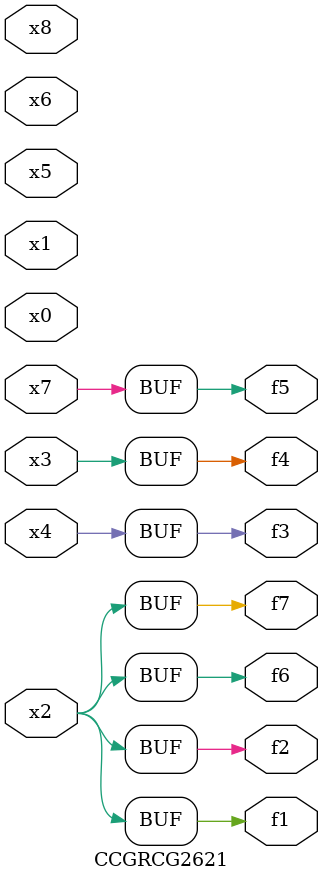
<source format=v>
module CCGRCG2621(
	input x0, x1, x2, x3, x4, x5, x6, x7, x8,
	output f1, f2, f3, f4, f5, f6, f7
);
	assign f1 = x2;
	assign f2 = x2;
	assign f3 = x4;
	assign f4 = x3;
	assign f5 = x7;
	assign f6 = x2;
	assign f7 = x2;
endmodule

</source>
